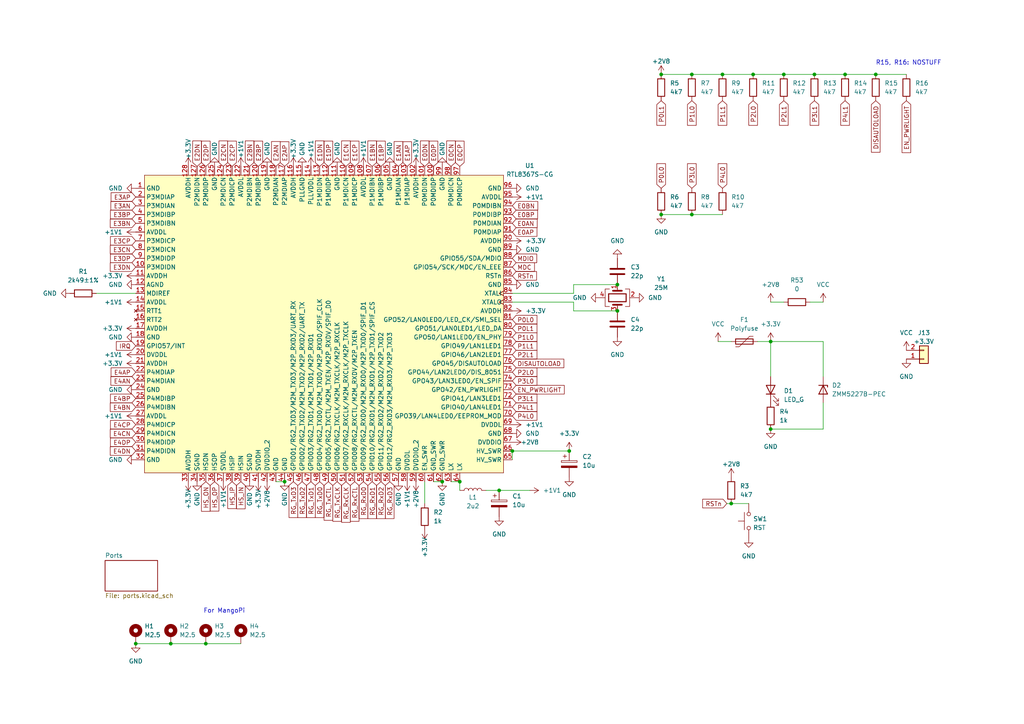
<source format=kicad_sch>
(kicad_sch (version 20250114) (generator "eeschema") (generator_version "9.0")
  (paper "A4")
  (title_block (title "Alexandria") (rev "2.0") (company "Bence Csókás"))
  (lib_symbols
    (symbol "Connector_Generic:Conn_01x02" (pin_names (offset 1.016) (hide yes))
      (property "Reference" "J" (at 0 2.54 0))
      (property "Value" "Conn_01x02" (at 0 -5.08 0))
      (symbol "Conn_01x02_1_1"
        (rectangle (start -1.27 1.27) (end 1.27 -3.81) (stroke (width 0.254)) (fill (type background)))
        (rectangle (start -1.27 0.127) (end 0 -0.127) (stroke (width 0.1524)))
        (rectangle (start -1.27 -2.413) (end 0 -2.667) (stroke (width 0.1524)))
        (pin passive line (at -5.08 0 0) (length 3.81) (name "Pin_1") (number "1"))
        (pin passive line (at -5.08 -2.54 0) (length 3.81) (name "Pin_2") (number "2"))
      )
    )
    (symbol "Device:C" (pin_numbers (hide yes)) (pin_names (offset 0.254))
      (property "Reference" "C" (at 0.635 2.54 0))
      (property "Value" "C" (at 0.635 -2.54 0))
      (symbol "C_0_1"
        (polyline (pts (xy -2.032 0.762) (xy 2.032 0.762)) (stroke (width 0.508)))
        (polyline (pts (xy -2.032 -0.762) (xy 2.032 -0.762)) (stroke (width 0.508)))
      )
      (symbol "C_1_1"
        (pin passive line (at 0 3.81 270) (length 2.794) (name "~") (number "1"))
        (pin passive line (at 0 -3.81 90) (length 2.794) (name "~") (number "2"))
      )
    )
    (symbol "Device:C_Polarized" (pin_numbers (hide yes)) (pin_names (offset 0.254))
      (property "Reference" "C" (at 0.635 2.54 0))
      (property "Value" "C_Polarized" (at 0.635 -2.54 0))
      (symbol "C_Polarized_0_1"
        (rectangle (start -2.286 0.508) (end 2.286 1.016))
        (polyline (pts (xy -1.778 2.286) (xy -0.762 2.286)))
        (polyline (pts (xy -1.27 2.794) (xy -1.27 1.778)))
        (rectangle (start 2.286 -0.508) (end -2.286 -1.016) (fill (type outline)))
      )
      (symbol "C_Polarized_1_1"
        (pin passive line (at 0 3.81 270) (length 2.794) (name "~") (number "1"))
        (pin passive line (at 0 -3.81 90) (length 2.794) (name "~") (number "2"))
      )
    )
    (symbol "Device:Crystal_GND24" (pin_names (offset 1.016) (hide yes))
      (property "Reference" "Y" (at 3.175 5.08 0))
      (property "Value" "Crystal_GND24" (at 3.175 3.175 0))
      (symbol "Crystal_GND24_0_1"
        (polyline (pts (xy -2.54 2.286) (xy -2.54 3.556) (xy 2.54 3.556) (xy 2.54 2.286)))
        (polyline (pts (xy -2.54 0) (xy -2.032 0)))
        (polyline (pts (xy -2.54 -2.286) (xy -2.54 -3.556) (xy 2.54 -3.556) (xy 2.54 -2.286)))
        (polyline (pts (xy -2.032 -1.27) (xy -2.032 1.27)) (stroke (width 0.508)))
        (rectangle (start -1.143 2.54) (end 1.143 -2.54) (stroke (width 0.3048)))
        (polyline (pts (xy 0 3.556) (xy 0 3.81)))
        (polyline (pts (xy 0 -3.81) (xy 0 -3.556)))
        (polyline (pts (xy 2.032 0) (xy 2.54 0)))
        (polyline (pts (xy 2.032 -1.27) (xy 2.032 1.27)) (stroke (width 0.508)))
      )
      (symbol "Crystal_GND24_1_1"
        (pin passive line (at -3.81 0 0) (length 1.27) (name "1") (number "1"))
        (pin passive line (at 0 5.08 270) (length 1.27) (name "2") (number "2"))
        (pin passive line (at 0 -5.08 90) (length 1.27) (name "4") (number "4"))
        (pin passive line (at 3.81 0 180) (length 1.27) (name "3") (number "3"))
      )
    )
    (symbol "Device:D_Zener" (pin_numbers (hide yes)) (pin_names (offset 1.016) (hide yes))
      (property "Reference" "D" (at 0 2.54 0))
      (property "Value" "D_Zener" (at 0 -2.54 0))
      (symbol "D_Zener_0_1"
        (polyline (pts (xy -1.27 -1.27) (xy -1.27 1.27) (xy -0.762 1.27)) (stroke (width 0.254)))
        (polyline (pts (xy 1.27 0) (xy -1.27 0)))
        (polyline (pts (xy 1.27 -1.27) (xy 1.27 1.27) (xy -1.27 0) (xy 1.27 -1.27)) (stroke (width 0.254)))
      )
      (symbol "D_Zener_1_1"
        (pin passive line (at -3.81 0 0) (length 2.54) (name "K") (number "1"))
        (pin passive line (at 3.81 0 180) (length 2.54) (name "A") (number "2"))
      )
    )
    (symbol "Device:L" (pin_numbers (hide yes)) (pin_names (offset 1.016) (hide yes))
      (property "Reference" "L" (at -1.27 0 90))
      (property "Value" "L" (at 1.905 0 90))
      (symbol "L_0_1"
        (arc (start 0 2.54) (mid 0.6323 1.905) (end 0 1.27))
        (arc (start 0 1.27) (mid 0.6323 0.635) (end 0 0))
        (arc (start 0 0) (mid 0.6323 -0.635) (end 0 -1.27))
        (arc (start 0 -1.27) (mid 0.6323 -1.905) (end 0 -2.54))
      )
      (symbol "L_1_1"
        (pin passive line (at 0 3.81 270) (length 1.27) (name "1") (number "1"))
        (pin passive line (at 0 -3.81 90) (length 1.27) (name "2") (number "2"))
      )
    )
    (symbol "Device:LED" (pin_numbers (hide yes)) (pin_names (offset 1.016) (hide yes))
      (property "Reference" "D" (at 0 2.54 0))
      (property "Value" "LED" (at 0 -2.54 0))
      (symbol "LED_0_1"
        (polyline (pts (xy -3.048 -0.762) (xy -4.572 -2.286) (xy -3.81 -2.286) (xy -4.572 -2.286) (xy -4.572 -1.524)))
        (polyline (pts (xy -1.778 -0.762) (xy -3.302 -2.286) (xy -2.54 -2.286) (xy -3.302 -2.286) (xy -3.302 -1.524)))
        (polyline (pts (xy -1.27 0) (xy 1.27 0)))
        (polyline (pts (xy -1.27 -1.27) (xy -1.27 1.27)) (stroke (width 0.254)))
        (polyline (pts (xy 1.27 -1.27) (xy 1.27 1.27) (xy -1.27 0) (xy 1.27 -1.27)) (stroke (width 0.254)))
      )
      (symbol "LED_1_1"
        (pin passive line (at -3.81 0 0) (length 2.54) (name "K") (number "1"))
        (pin passive line (at 3.81 0 180) (length 2.54) (name "A") (number "2"))
      )
    )
    (symbol "Device:Polyfuse" (pin_numbers (hide yes)) (pin_names (offset 0))
      (property "Reference" "F" (at -2.54 0 90))
      (property "Value" "Polyfuse" (at 2.54 0 90))
      (symbol "Polyfuse_0_1"
        (polyline (pts (xy -1.524 2.54) (xy -1.524 1.524) (xy 1.524 -1.524) (xy 1.524 -2.54)))
        (rectangle (start -0.762 2.54) (end 0.762 -2.54) (stroke (width 0.254)))
        (polyline (pts (xy 0 2.54) (xy 0 -2.54)))
      )
      (symbol "Polyfuse_1_1"
        (pin passive line (at 0 3.81 270) (length 1.27) (name "~") (number "1"))
        (pin passive line (at 0 -3.81 90) (length 1.27) (name "~") (number "2"))
      )
    )
    (symbol "Device:R" (pin_numbers (hide yes)) (pin_names (offset 0))
      (property "Reference" "R" (at 2.032 0 90))
      (property "Value" "R" (at 0 0 90))
      (symbol "R_0_1"
        (rectangle (start -1.016 -2.54) (end 1.016 2.54) (stroke (width 0.254)))
      )
      (symbol "R_1_1"
        (pin passive line (at 0 3.81 270) (length 1.27) (name "~") (number "1"))
        (pin passive line (at 0 -3.81 90) (length 1.27) (name "~") (number "2"))
      )
    )
    (symbol "GND_1" (power) (pin_numbers (hide yes)) (pin_names (offset 0) (hide yes))
      (property "Value" "GND" (at 0 -3.81 0))
      (symbol "GND_1_0_1"
        (polyline (pts (xy 0 0) (xy 0 -1.27) (xy 1.27 -1.27) (xy 0 -2.54) (xy -1.27 -1.27) (xy 0 -1.27)))
      )
      (symbol "GND_1_1_1"
        (pin power_in line (at 0 0 270) (length 0) (name "~") (number "1"))
      )
    )
    (symbol "Mechanical:MountingHole_Pad" (pin_numbers (hide yes)) (pin_names (offset 1.016) (hide yes)) (in_bom no)
      (property "Reference" "H" (at 0 6.35 0))
      (property "Value" "MountingHole_Pad" (at 0 4.445 0))
      (symbol "MountingHole_Pad_0_1"
        (circle (center 0 1.27) (radius 1.27) (stroke (width 1.27)))
      )
      (symbol "MountingHole_Pad_1_1"
        (pin input line (at 0 -2.54 90) (length 2.54) (name "1") (number "1"))
      )
    )
    (symbol "Switch:SW_Push" (pin_numbers (hide yes)) (pin_names (offset 1.016) (hide yes))
      (property "Reference" "SW" (at 1.27 2.54 0))
      (property "Value" "SW_Push" (at 0 -1.524 0))
      (symbol "SW_Push_0_1"
        (circle (center -2.032 0) (radius 0.508))
        (polyline (pts (xy 0 1.27) (xy 0 3.048)))
        (circle (center 2.032 0) (radius 0.508))
        (polyline (pts (xy 2.54 1.27) (xy -2.54 1.27)))
        (pin passive line (at -5.08 0 0) (length 2.54) (name "1") (number "1"))
        (pin passive line (at 5.08 0 180) (length 2.54) (name "2") (number "2"))
      )
    )
    (symbol "power:+1V1" (power) (pin_names (offset 0))
      (property "Value" "+1V1" (at 0 3.556 0))
      (symbol "+1V1_0_1"
        (polyline (pts (xy -0.762 1.27) (xy 0 2.54)))
        (polyline (pts (xy 0 2.54) (xy 0.762 1.27)))
        (polyline (pts (xy 0 0) (xy 0 2.54)))
      )
      (symbol "+1V1_1_1"
        (pin power_in line (at 0 0 90) (length 0) (hide yes) (name "+1V1") (number "1"))
      )
    )
    (symbol "power:+2V8" (power) (pin_names (offset 0))
      (property "Value" "+2V8" (at 0 3.556 0))
      (symbol "+2V8_0_1"
        (polyline (pts (xy -0.762 1.27) (xy 0 2.54)))
        (polyline (pts (xy 0 2.54) (xy 0.762 1.27)))
        (polyline (pts (xy 0 0) (xy 0 2.54)))
      )
      (symbol "+2V8_1_1"
        (pin power_in line (at 0 0 90) (length 0) (hide yes) (name "+2V8") (number "1"))
      )
    )
    (symbol "power:+3.3V" (power) (pin_names (offset 0))
      (property "Value" "+3.3V" (at 0 3.556 0))
      (symbol "+3.3V_0_1"
        (polyline (pts (xy -0.762 1.27) (xy 0 2.54)))
        (polyline (pts (xy 0 2.54) (xy 0.762 1.27)))
        (polyline (pts (xy 0 0) (xy 0 2.54)))
      )
      (symbol "+3.3V_1_1"
        (pin power_in line (at 0 0 90) (length 0) (hide yes) (name "+3.3V") (number "1"))
      )
    )
    (symbol "power:GND" (power) (pin_names (offset 0))
      (property "Value" "GND" (at 0 -3.81 0))
      (symbol "GND_0_1"
        (polyline (pts (xy 0 0) (xy 0 -1.27) (xy 1.27 -1.27) (xy 0 -2.54) (xy -1.27 -1.27) (xy 0 -1.27)))
      )
      (symbol "GND_1_1"
        (pin power_in line (at 0 0 270) (length 0) (hide yes) (name "GND") (number "1"))
      )
    )
    (symbol "power:VCC" (power) (pin_names (offset 0))
      (property "Value" "VCC" (at 0 3.81 0))
      (symbol "VCC_0_1"
        (polyline (pts (xy -0.762 1.27) (xy 0 2.54)))
        (polyline (pts (xy 0 2.54) (xy 0.762 1.27)))
        (polyline (pts (xy 0 0) (xy 0 2.54)))
      )
      (symbol "VCC_1_1"
        (pin power_in line (at 0 0 90) (length 0) (hide yes) (name "VCC") (number "1"))
      )
    )
    (symbol "rtl8367:RTL8367S-CG"
      (property "Reference" "U" (at 6.35 -1.27 0))
      (property "Value" "RTL8367S-CG" (at 6.35 1.27 0))
      (symbol "RTL8367S-CG_0_0"
        (pin power_in line (at 0 -6.35 0) (length 2.54) (name "GND") (number "1"))
        (pin bidirectional line (at 0 -8.89 0) (length 2.54) (name "P3MDIAP") (number "2"))
        (pin bidirectional line (at 0 -11.43 0) (length 2.54) (name "P3MDIAN") (number "3"))
        (pin bidirectional line (at 0 -13.97 0) (length 2.54) (name "P3MDIBP") (number "4"))
        (pin bidirectional line (at 0 -16.51 0) (length 2.54) (name "P3MDIBN") (number "5"))
        (pin power_in line (at 0 -19.05 0) (length 2.54) (name "AVDDL") (number "6"))
        (pin bidirectional line (at 0 -21.59 0) (length 2.54) (name "P3MDICP") (number "7"))
        (pin bidirectional line (at 0 -24.13 0) (length 2.54) (name "P3MDICN") (number "8"))
        (pin bidirectional line (at 0 -26.67 0) (length 2.54) (name "P3MDIDP") (number "9"))
        (pin bidirectional line (at 0 -29.21 0) (length 2.54) (name "P3MDIDN") (number "10"))
        (pin power_in line (at 0 -31.75 0) (length 2.54) (name "AVDDH") (number "11"))
        (pin power_in line (at 0 -34.29 0) (length 2.54) (name "AGND") (number "12"))
        (pin output line (at 0 -36.83 0) (length 2.54) (name "MDIREF") (number "13"))
        (pin power_in line (at 0 -39.37 0) (length 2.54) (name "AVDDL") (number "14"))
        (pin no_connect line (at 0 -41.91 0) (length 2.54) (name "RTT1") (number "15"))
        (pin no_connect line (at 0 -44.45 0) (length 2.54) (name "RTT2") (number "16"))
        (pin power_in line (at 0 -46.99 0) (length 2.54) (name "AVDDH") (number "17"))
        (pin power_in line (at 0 -49.53 0) (length 2.54) (name "GND") (number "18"))
        (pin bidirectional line (at 0 -52.07 0) (length 2.54) (name "GPIO57/INT") (number "19"))
        (pin power_in line (at 0 -54.61 0) (length 2.54) (name "DVDDL") (number "20"))
        (pin power_in line (at 0 -57.15 0) (length 2.54) (name "AVDDH") (number "21"))
        (pin bidirectional line (at 0 -59.69 0) (length 2.54) (name "P4MDIAP") (number "22"))
        (pin bidirectional line (at 0 -62.23 0) (length 2.54) (name "P4MDIAN") (number "23"))
        (pin power_in line (at 0 -64.77 0) (length 2.54) (name "GND") (number "24"))
        (pin bidirectional line (at 0 -67.31 0) (length 2.54) (name "P4MDIBP") (number "25"))
        (pin bidirectional line (at 0 -69.85 0) (length 2.54) (name "P4MDIBN") (number "26"))
        (pin power_in line (at 0 -72.39 0) (length 2.54) (name "AVDDL") (number "27"))
        (pin bidirectional line (at 0 -74.93 0) (length 2.54) (name "P4MDICP") (number "28"))
        (pin bidirectional line (at 0 -77.47 0) (length 2.54) (name "P4MDICN") (number "29"))
        (pin bidirectional line (at 0 -80.01 0) (length 2.54) (name "P4MDIDP") (number "30"))
        (pin bidirectional line (at 0 -82.55 0) (length 2.54) (name "P4MDIDN") (number "31"))
        (pin power_in line (at 0 -85.09 0) (length 2.54) (name "GND") (number "32"))
        (pin power_in line (at 15.24 0 270) (length 2.54) (name "AVDDH") (number "128"))
        (pin power_in line (at 15.24 -91.44 90) (length 2.54) (name "AVDDH") (number "33"))
        (pin bidirectional line (at 17.78 0 270) (length 2.54) (name "P2MDIDN") (number "127"))
        (pin power_in line (at 17.78 -91.44 90) (length 2.54) (name "SGND") (number "34"))
        (pin bidirectional line (at 20.32 0 270) (length 2.54) (name "P2MDIDP") (number "126"))
        (pin output line (at 20.32 -91.44 90) (length 2.54) (name "HSON") (number "35"))
        (pin power_in line (at 22.86 0 270) (length 2.54) (name "GND") (number "125"))
        (pin output line (at 22.86 -91.44 90) (length 2.54) (name "HSOP") (number "36"))
        (pin bidirectional line (at 25.4 0 270) (length 2.54) (name "P2MDICN") (number "124"))
        (pin power_in line (at 25.4 -91.44 90) (length 2.54) (name "SVDDL") (number "37"))
        (pin bidirectional line (at 27.94 0 270) (length 2.54) (name "P2MDICP") (number "123"))
        (pin input line (at 27.94 -91.44 90) (length 2.54) (name "HSIP") (number "38"))
        (pin power_in line (at 30.48 0 270) (length 2.54) (name "AVDDL") (number "122"))
        (pin input line (at 30.48 -91.44 90) (length 2.54) (name "HSIN") (number "39"))
        (pin bidirectional line (at 33.02 0 270) (length 2.54) (name "P2MDIBN") (number "121"))
        (pin power_in line (at 33.02 -91.44 90) (length 2.54) (name "SGND") (number "40"))
        (pin bidirectional line (at 35.56 0 270) (length 2.54) (name "P2MDIBP") (number "120"))
        (pin power_in line (at 35.56 -91.44 90) (length 2.54) (name "SVDDH") (number "41"))
        (pin power_in line (at 38.1 0 270) (length 2.54) (name "GND") (number "119"))
        (pin power_in line (at 38.1 -91.44 90) (length 2.54) (name "DVDDIO_2") (number "42"))
        (pin bidirectional line (at 40.64 0 270) (length 2.54) (name "P2MDIAN") (number "118"))
        (pin power_in line (at 40.64 -91.44 90) (length 2.54) (name "GND") (number "43"))
        (pin bidirectional line (at 43.18 0 270) (length 2.54) (name "P2MDIAP") (number "117"))
        (pin power_in line (at 43.18 -91.44 90) (length 2.54) (name "GND") (number "44"))
        (pin power_in line (at 45.72 0 270) (length 2.54) (name "AVDDH") (number "116"))
        (pin bidirectional line (at 45.72 -91.44 90) (length 2.54) (name "GPIO01/RG2_TXD3/M2M_TXD3/M2P_RXD3/UART_RX") (number "45"))
        (pin power_in line (at 48.26 0 270) (length 2.54) (name "PLLGND") (number "115"))
        (pin bidirectional line (at 48.26 -91.44 90) (length 2.54) (name "GPIO02/RG2_TXD2/M2M_TXD2/M2P_RXD2/UART_TX") (number "46"))
        (pin power_in line (at 50.8 0 270) (length 2.54) (name "PLLVDDL") (number "114"))
        (pin bidirectional line (at 50.8 -91.44 90) (length 2.54) (name "GPIO03/RG2_TXD1/M2M_TXD1/M2P_RXD1") (number "47"))
        (pin bidirectional line (at 53.34 0 270) (length 2.54) (name "P1MDIDN") (number "113"))
        (pin bidirectional line (at 53.34 -91.44 90) (length 2.54) (name "GPIO04/RG2_TXD0/M2M_TXD0/M2P_RXD0/SPIF_CLK") (number "48"))
        (pin bidirectional line (at 55.88 0 270) (length 2.54) (name "P1MDIDP") (number "112"))
        (pin bidirectional line (at 55.88 -91.44 90) (length 2.54) (name "GPIO05/RG2_TXCTL/M2M_TXEN/M2P_RXDV/SPIF_D0") (number "49"))
        (pin power_in line (at 58.42 0 270) (length 2.54) (name "GND") (number "111"))
        (pin bidirectional line (at 58.42 -91.44 90) (length 2.54) (name "GPIO06/RG2_TXCLK/M2M_TXCLK/M2P_RXCLK") (number "50"))
        (pin bidirectional line (at 60.96 0 270) (length 2.54) (name "P1MDICN") (number "110"))
        (pin bidirectional line (at 60.96 -91.44 90) (length 2.54) (name "GPIO07/RG2_RXCLK/M2M_RXCLK/M2P_TXCLK") (number "51"))
        (pin bidirectional line (at 63.5 0 270) (length 2.54) (name "P1MDICP") (number "109"))
        (pin bidirectional line (at 63.5 -91.44 90) (length 2.54) (name "GPIO08/RG2_RXCTL/M2M_RXDV/M2P_TXEN") (number "52"))
        (pin power_in line (at 66.04 0 270) (length 2.54) (name "AVDDL") (number "108"))
        (pin bidirectional line (at 66.04 -91.44 90) (length 2.54) (name "GPIO09/RG2_RXD0/M2M_RXD0/M2P_TXD0/SPIF_D1") (number "53"))
        (pin bidirectional line (at 68.58 0 270) (length 2.54) (name "P1MDIBN") (number "107"))
        (pin bidirectional line (at 68.58 -91.44 90) (length 2.54) (name "GPIO10/RG2_RXD1/M2M_RXD1/M2P_TXD1/SPIF_CS") (number "54"))
        (pin bidirectional line (at 71.12 0 270) (length 2.54) (name "P1MDIBP") (number "106"))
        (pin bidirectional line (at 71.12 -91.44 90) (length 2.54) (name "GPIO11/RG2_RXD2/M2M_RXD2/M2P_TXD2") (number "55"))
        (pin power_in line (at 73.66 0 270) (length 2.54) (name "GND") (number "105"))
        (pin bidirectional line (at 73.66 -91.44 90) (length 2.54) (name "GPIO12/RG2_RXD3/M2M_RXD3/M2P_TXD3") (number "56"))
        (pin bidirectional line (at 76.2 0 270) (length 2.54) (name "P1MDIAN") (number "104"))
        (pin power_in line (at 76.2 -91.44 90) (length 2.54) (name "GND") (number "57"))
        (pin bidirectional line (at 78.74 0 270) (length 2.54) (name "P1MDIAP") (number "103"))
        (pin power_in line (at 78.74 -91.44 90) (length 2.54) (name "DVDDL") (number "58"))
        (pin power_in line (at 81.28 0 270) (length 2.54) (name "AVDDH") (number "102"))
        (pin power_in line (at 81.28 -91.44 90) (length 2.54) (name "DVDDIO_2") (number "59"))
        (pin bidirectional line (at 83.82 0 270) (length 2.54) (name "P0MDIDN") (number "101"))
        (pin input line (at 83.82 -91.44 90) (length 2.54) (name "EN_SWR") (number "60"))
        (pin bidirectional line (at 86.36 0 270) (length 2.54) (name "P0MDIDP") (number "100"))
        (pin power_in line (at 86.36 -91.44 90) (length 2.54) (name "GND_SWR") (number "61"))
        (pin power_in line (at 88.9 0 270) (length 2.54) (name "GND") (number "99"))
        (pin power_in line (at 88.9 -91.44 90) (length 2.54) (name "GND_SWR") (number "62"))
        (pin bidirectional line (at 91.44 0 270) (length 2.54) (name "P0MDICN") (number "98"))
        (pin power_out line (at 91.44 -91.44 90) (length 2.54) (name "LX") (number "63"))
        (pin bidirectional line (at 93.98 0 270) (length 2.54) (name "P0MDICP") (number "97"))
        (pin power_out line (at 93.98 -91.44 90) (length 2.54) (name "LX") (number "64"))
        (pin power_in line (at 109.22 -6.35 180) (length 2.54) (name "GND") (number "96"))
        (pin power_in line (at 109.22 -8.89 180) (length 2.54) (name "AVDDL") (number "95"))
        (pin bidirectional line (at 109.22 -11.43 180) (length 2.54) (name "P0MDIBN") (number "94"))
        (pin bidirectional line (at 109.22 -13.97 180) (length 2.54) (name "P0MDIBP") (number "93"))
        (pin bidirectional line (at 109.22 -16.51 180) (length 2.54) (name "P0MDIAN") (number "92"))
        (pin bidirectional line (at 109.22 -19.05 180) (length 2.54) (name "P0MDIAP") (number "91"))
        (pin power_in line (at 109.22 -21.59 180) (length 2.54) (name "AVDDH") (number "90"))
        (pin power_in line (at 109.22 -24.13 180) (length 2.54) (name "GND") (number "89"))
        (pin bidirectional line (at 109.22 -26.67 180) (length 2.54) (name "GPIO55/SDA/MDIO") (number "88"))
        (pin bidirectional line (at 109.22 -29.21 180) (length 2.54) (name "GPIO54/SCK/MDC/EN_EEE") (number "87"))
        (pin input line (at 109.22 -31.75 180) (length 2.54) (name "RSTn") (number "86"))
        (pin bidirectional line (at 109.22 -34.29 180) (length 2.54) (name "GND") (number "85"))
        (pin input clock (at 109.22 -36.83 180) (length 2.54) (name "XTALI") (number "84"))
        (pin output clock (at 109.22 -39.37 180) (length 2.54) (name "XTALO") (number "83"))
        (pin power_in line (at 109.22 -41.91 180) (length 2.54) (name "AVDDH") (number "82"))
        (pin bidirectional line (at 109.22 -44.45 180) (length 2.54) (name "GPO52/LAN0LED0/LED_CK/SMI_SEL") (number "81"))
        (pin bidirectional line (at 109.22 -46.99 180) (length 2.54) (name "GPO51/LAN0LED1/LED_DA") (number "80"))
        (pin bidirectional line (at 109.22 -49.53 180) (length 2.54) (name "GPO50/LAN1LED0/EN_PHY") (number "79"))
        (pin bidirectional line (at 109.22 -52.07 180) (length 2.54) (name "GPIO49/LAN1LED1") (number "78"))
        (pin bidirectional line (at 109.22 -54.61 180) (length 2.54) (name "GPIO46/LAN2LED1") (number "77"))
        (pin bidirectional line (at 109.22 -57.15 180) (length 2.54) (name "GPO45/DISAUTOLOAD") (number "76"))
        (pin bidirectional line (at 109.22 -59.69 180) (length 2.54) (name "GPO44/LAN2LED0/DIS_8051") (number "75"))
        (pin bidirectional line (at 109.22 -62.23 180) (length 2.54) (name "GPO43/LAN3LED0/EN_SPIF") (number "74"))
        (pin bidirectional line (at 109.22 -64.77 180) (length 2.54) (name "GPO42/EN_PWRLIGHT") (number "73"))
        (pin bidirectional line (at 109.22 -67.31 180) (length 2.54) (name "GPIO41/LAN3LED1") (number "72"))
        (pin bidirectional line (at 109.22 -69.85 180) (length 2.54) (name "GPIO40/LAN4LED1") (number "71"))
        (pin bidirectional line (at 109.22 -72.39 180) (length 2.54) (name "GPO39/LAN4LED0/EEPROM_MOD") (number "70"))
        (pin power_in line (at 109.22 -74.93 180) (length 2.54) (name "DVDDL") (number "69"))
        (pin power_in line (at 109.22 -77.47 180) (length 2.54) (name "GND") (number "68"))
        (pin power_in line (at 109.22 -80.01 180) (length 2.54) (name "DVDDIO") (number "67"))
        (pin power_in line (at 109.22 -82.55 180) (length 2.54) (name "HV_SWR") (number "66"))
        (pin power_in line (at 109.22 -85.09 180) (length 2.54) (name "HV_SWR") (number "65"))
      )
      (symbol "RTL8367S-CG_0_1"
        (rectangle (start 2.54 -2.54) (end 106.68 -88.9) (fill (type background)))
      )
    )
  )
  (text "For MangoPi" (at 71.12 176.53 0) (effects (font (size 1.27 1.27)) (justify right top)))
  (text "R15, R16: NOSTUFF" (at 254 19.05 0) (effects (font (size 1.27 1.27)) (justify left bottom)))
  (junction (at 179.07 82.55))
  (junction (at 144.78 142.24))
  (junction (at 200.66 62.23))
  (junction (at 49.53 186.69))
  (junction (at 148.59 130.81))
  (junction (at 59.69 186.69))
  (junction (at 191.77 62.23))
  (junction (at 133.35 139.7))
  (junction (at 209.55 21.59))
  (junction (at 39.37 186.69))
  (junction (at 165.1 130.81))
  (junction (at 236.22 21.59))
  (junction (at 128.27 139.7))
  (junction (at 179.07 90.17))
  (junction (at 223.52 124.46))
  (junction (at 82.55 139.7))
  (junction (at 223.52 99.06))
  (junction (at 191.77 21.59))
  (junction (at 212.09 146.05))
  (junction (at 218.44 21.59))
  (junction (at 200.66 21.59))
  (junction (at 254 21.59))
  (junction (at 245.11 21.59))
  (junction (at 227.33 21.59))
  (wire (pts (xy 223.52 99.06) (xy 238.76 99.06)))
  (wire (pts (xy 254 21.59) (xy 262.89 21.59)))
  (wire (pts (xy 166.37 90.17) (xy 179.07 90.17)))
  (wire (pts (xy 166.37 85.09) (xy 166.37 82.55)))
  (wire (pts (xy 219.71 99.06) (xy 223.52 99.06)))
  (wire (pts (xy 148.59 130.81) (xy 165.1 130.81)))
  (wire (pts (xy 166.37 82.55) (xy 179.07 82.55)))
  (wire (pts (xy 200.66 62.23) (xy 191.77 62.23)))
  (wire (pts (xy 238.76 99.06) (xy 238.76 109.22)))
  (wire (pts (xy 191.77 21.59) (xy 200.66 21.59)))
  (wire (pts (xy 166.37 87.63) (xy 166.37 90.17)))
  (wire (pts (xy 140.97 142.24) (xy 144.78 142.24)))
  (wire (pts (xy 208.28 99.06) (xy 212.09 99.06)))
  (wire (pts (xy 125.73 139.7) (xy 128.27 139.7)))
  (wire (pts (xy 209.55 21.59) (xy 218.44 21.59)))
  (wire (pts (xy 123.19 146.05) (xy 123.19 139.7)))
  (wire (pts (xy 200.66 21.59) (xy 209.55 21.59)))
  (wire (pts (xy 144.78 142.24) (xy 153.67 142.24)))
  (wire (pts (xy 59.69 186.69) (xy 69.85 186.69)))
  (wire (pts (xy 27.94 85.09) (xy 39.37 85.09)))
  (wire (pts (xy 234.95 87.63) (xy 238.76 87.63)))
  (wire (pts (xy 236.22 21.59) (xy 245.11 21.59)))
  (wire (pts (xy 210.82 146.05) (xy 212.09 146.05)))
  (wire (pts (xy 148.59 87.63) (xy 166.37 87.63)))
  (wire (pts (xy 223.52 99.06) (xy 223.52 109.22)))
  (wire (pts (xy 148.59 130.81) (xy 148.59 133.35)))
  (wire (pts (xy 212.09 146.05) (xy 217.17 146.05)))
  (wire (pts (xy 49.53 186.69) (xy 59.69 186.69)))
  (wire (pts (xy 133.35 139.7) (xy 133.35 142.24)))
  (wire (pts (xy 238.76 116.84) (xy 238.76 124.46)))
  (wire (pts (xy 148.59 85.09) (xy 166.37 85.09)))
  (wire (pts (xy 209.55 62.23) (xy 200.66 62.23)))
  (wire (pts (xy 80.01 139.7) (xy 82.55 139.7)))
  (wire (pts (xy 245.11 21.59) (xy 254 21.59)))
  (wire (pts (xy 227.33 87.63) (xy 223.52 87.63)))
  (wire (pts (xy 238.76 124.46) (xy 223.52 124.46)))
  (wire (pts (xy 227.33 21.59) (xy 236.22 21.59)))
  (wire (pts (xy 218.44 21.59) (xy 227.33 21.59)))
  (wire (pts (xy 39.37 186.69) (xy 49.53 186.69)))
  (wire (pts (xy 130.81 139.7) (xy 133.35 139.7)))
  (global_label "E2BN" (shape input) (at 72.39 48.26 90) (property "Intersheetrefs" "${INTERSHEET_REFS}" (effects (hide yes))))
  (global_label "P1L1" (shape input) (at 209.55 29.21 270) (property "Intersheetrefs" "${INTERSHEET_REFS}" (effects (hide yes))))
  (global_label "EN_PWRLIGHT" (shape input) (at 148.59 113.03 0) (property "Intersheetrefs" "${INTERSHEET_REFS}" (effects (hide yes))))
  (global_label "E4BN" (shape input) (at 39.37 118.11 180) (property "Intersheetrefs" "${INTERSHEET_REFS}" (effects (hide yes))))
  (global_label "P0L0" (shape input) (at 191.77 54.61 90) (property "Intersheetrefs" "${INTERSHEET_REFS}" (effects (hide yes))))
  (global_label "E2AN" (shape input) (at 80.01 48.26 90) (property "Intersheetrefs" "${INTERSHEET_REFS}" (effects (hide yes))))
  (global_label "E1AN" (shape input) (at 115.57 48.26 90) (property "Intersheetrefs" "${INTERSHEET_REFS}" (effects (hide yes))))
  (global_label "E3BP" (shape input) (at 39.37 62.23 180) (property "Intersheetrefs" "${INTERSHEET_REFS}" (effects (hide yes))))
  (global_label "E4DN" (shape input) (at 39.37 130.81 180) (property "Intersheetrefs" "${INTERSHEET_REFS}" (effects (hide yes))))
  (global_label "P4L0" (shape input) (at 148.59 120.65 0) (property "Intersheetrefs" "${INTERSHEET_REFS}" (effects (hide yes))))
  (global_label "MDC" (shape input) (at 148.59 77.47 0) (property "Intersheetrefs" "${INTERSHEET_REFS}" (effects (hide yes))))
  (global_label "E1AP" (shape input) (at 118.11 48.26 90) (property "Intersheetrefs" "${INTERSHEET_REFS}" (effects (hide yes))))
  (global_label "P2L1" (shape input) (at 148.59 102.87 0) (property "Intersheetrefs" "${INTERSHEET_REFS}" (effects (hide yes))))
  (global_label "E1CP" (shape input) (at 102.87 48.26 90) (property "Intersheetrefs" "${INTERSHEET_REFS}" (effects (hide yes))))
  (global_label "E2DP" (shape input) (at 59.69 48.26 90) (property "Intersheetrefs" "${INTERSHEET_REFS}" (effects (hide yes))))
  (global_label "P2L0" (shape input) (at 148.59 107.95 0) (property "Intersheetrefs" "${INTERSHEET_REFS}" (effects (hide yes))))
  (global_label "E2DN" (shape input) (at 57.15 48.26 90) (property "Intersheetrefs" "${INTERSHEET_REFS}" (effects (hide yes))))
  (global_label "E1DP" (shape input) (at 95.25 48.26 90) (property "Intersheetrefs" "${INTERSHEET_REFS}" (effects (hide yes))))
  (global_label "DISAUTOLOAD" (shape input) (at 254 29.21 270) (property "Intersheetrefs" "${INTERSHEET_REFS}" (effects (hide yes))))
  (global_label "HS_IN" (shape input) (at 69.85 139.7 270) (property "Intersheetrefs" "${INTERSHEET_REFS}" (effects (hide yes))))
  (global_label "E3AP" (shape input) (at 39.37 57.15 180) (property "Intersheetrefs" "${INTERSHEET_REFS}" (effects (hide yes))))
  (global_label "RG_TxCLK" (shape input) (at 97.79 139.7 270) (property "Intersheetrefs" "${INTERSHEET_REFS}" (effects (hide yes))))
  (global_label "HS_IP" (shape input) (at 67.31 139.7 270) (property "Intersheetrefs" "${INTERSHEET_REFS}" (effects (hide yes))))
  (global_label "P1L0" (shape input) (at 148.59 97.79 0) (property "Intersheetrefs" "${INTERSHEET_REFS}" (effects (hide yes))))
  (global_label "P0L0" (shape input) (at 148.59 92.71 0) (property "Intersheetrefs" "${INTERSHEET_REFS}" (effects (hide yes))))
  (global_label "P3L1" (shape input) (at 236.22 29.21 270) (property "Intersheetrefs" "${INTERSHEET_REFS}" (effects (hide yes))))
  (global_label "RG_TxD0" (shape input) (at 92.71 139.7 270) (property "Intersheetrefs" "${INTERSHEET_REFS}" (effects (hide yes))))
  (global_label "E1DN" (shape input) (at 92.71 48.26 90) (property "Intersheetrefs" "${INTERSHEET_REFS}" (effects (hide yes))))
  (global_label "HS_OP" (shape input) (at 62.23 139.7 270) (property "Intersheetrefs" "${INTERSHEET_REFS}" (effects (hide yes))))
  (global_label "E4CN" (shape input) (at 39.37 125.73 180) (property "Intersheetrefs" "${INTERSHEET_REFS}" (effects (hide yes))))
  (global_label "E0CP" (shape input) (at 133.35 48.26 90) (property "Intersheetrefs" "${INTERSHEET_REFS}" (effects (hide yes))))
  (global_label "MDIO" (shape input) (at 148.59 74.93 0) (property "Intersheetrefs" "${INTERSHEET_REFS}" (effects (hide yes))))
  (global_label "E2AP" (shape input) (at 82.55 48.26 90) (property "Intersheetrefs" "${INTERSHEET_REFS}" (effects (hide yes))))
  (global_label "P1L0" (shape input) (at 200.66 29.21 270) (property "Intersheetrefs" "${INTERSHEET_REFS}" (effects (hide yes))))
  (global_label "E0DN" (shape input) (at 123.19 48.26 90) (property "Intersheetrefs" "${INTERSHEET_REFS}" (effects (hide yes))))
  (global_label "RG_RxD2" (shape input) (at 110.49 139.7 270) (property "Intersheetrefs" "${INTERSHEET_REFS}" (effects (hide yes))))
  (global_label "P3L0" (shape input) (at 200.66 54.61 90) (property "Intersheetrefs" "${INTERSHEET_REFS}" (effects (hide yes))))
  (global_label "E1BP" (shape input) (at 110.49 48.26 90) (property "Intersheetrefs" "${INTERSHEET_REFS}" (effects (hide yes))))
  (global_label "RG_RxD0" (shape input) (at 105.41 139.7 270) (property "Intersheetrefs" "${INTERSHEET_REFS}" (effects (hide yes))))
  (global_label "E2BP" (shape input) (at 74.93 48.26 90) (property "Intersheetrefs" "${INTERSHEET_REFS}" (effects (hide yes))))
  (global_label "RSTn" (shape input) (at 148.59 80.01 0) (property "Intersheetrefs" "${INTERSHEET_REFS}" (effects (hide yes))))
  (global_label "P0L1" (shape input) (at 148.59 95.25 0) (property "Intersheetrefs" "${INTERSHEET_REFS}" (effects (hide yes))))
  (global_label "RG_TxCTL" (shape input) (at 95.25 139.7 270) (property "Intersheetrefs" "${INTERSHEET_REFS}" (effects (hide yes))))
  (global_label "E3DN" (shape input) (at 39.37 77.47 180) (property "Intersheetrefs" "${INTERSHEET_REFS}" (effects (hide yes))))
  (global_label "E3DP" (shape input) (at 39.37 74.93 180) (property "Intersheetrefs" "${INTERSHEET_REFS}" (effects (hide yes))))
  (global_label "RG_TxD1" (shape input) (at 90.17 139.7 270) (property "Intersheetrefs" "${INTERSHEET_REFS}" (effects (hide yes))))
  (global_label "E0AN" (shape input) (at 148.59 64.77 0) (property "Intersheetrefs" "${INTERSHEET_REFS}" (effects (hide yes))))
  (global_label "RSTn" (shape input) (at 210.82 146.05 180) (property "Intersheetrefs" "${INTERSHEET_REFS}" (effects (hide yes))))
  (global_label "E0BP" (shape input) (at 148.59 62.23 0) (property "Intersheetrefs" "${INTERSHEET_REFS}" (effects (hide yes))))
  (global_label "E2CP" (shape input) (at 67.31 48.26 90) (property "Intersheetrefs" "${INTERSHEET_REFS}" (effects (hide yes))))
  (global_label "P4L0" (shape input) (at 209.55 54.61 90) (property "Intersheetrefs" "${INTERSHEET_REFS}" (effects (hide yes))))
  (global_label "IRQ" (shape input) (at 39.37 100.33 180) (property "Intersheetrefs" "${INTERSHEET_REFS}" (effects (hide yes))))
  (global_label "RG_RxD1" (shape input) (at 107.95 139.7 270) (property "Intersheetrefs" "${INTERSHEET_REFS}" (effects (hide yes))))
  (global_label "E4CP" (shape input) (at 39.37 123.19 180) (property "Intersheetrefs" "${INTERSHEET_REFS}" (effects (hide yes))))
  (global_label "E4BP" (shape input) (at 39.37 115.57 180) (property "Intersheetrefs" "${INTERSHEET_REFS}" (effects (hide yes))))
  (global_label "DISAUTOLOAD" (shape input) (at 148.59 105.41 0) (property "Intersheetrefs" "${INTERSHEET_REFS}" (effects (hide yes))))
  (global_label "RG_RxD3" (shape input) (at 113.03 139.7 270) (property "Intersheetrefs" "${INTERSHEET_REFS}" (effects (hide yes))))
  (global_label "E4AP" (shape input) (at 39.37 107.95 180) (property "Intersheetrefs" "${INTERSHEET_REFS}" (effects (hide yes))))
  (global_label "P3L1" (shape input) (at 148.59 115.57 0) (property "Intersheetrefs" "${INTERSHEET_REFS}" (effects (hide yes))))
  (global_label "RG_TxD2" (shape input) (at 87.63 139.7 270) (property "Intersheetrefs" "${INTERSHEET_REFS}" (effects (hide yes))))
  (global_label "E3CP" (shape input) (at 39.37 69.85 180) (property "Intersheetrefs" "${INTERSHEET_REFS}" (effects (hide yes))))
  (global_label "P2L1" (shape input) (at 227.33 29.21 270) (property "Intersheetrefs" "${INTERSHEET_REFS}" (effects (hide yes))))
  (global_label "E1CN" (shape input) (at 100.33 48.26 90) (property "Intersheetrefs" "${INTERSHEET_REFS}" (effects (hide yes))))
  (global_label "RG_TxD3" (shape input) (at 85.09 139.7 270) (property "Intersheetrefs" "${INTERSHEET_REFS}" (effects (hide yes))))
  (global_label "E4AN" (shape input) (at 39.37 110.49 180) (property "Intersheetrefs" "${INTERSHEET_REFS}" (effects (hide yes))))
  (global_label "E0AP" (shape input) (at 148.59 67.31 0) (property "Intersheetrefs" "${INTERSHEET_REFS}" (effects (hide yes))))
  (global_label "E3CN" (shape input) (at 39.37 72.39 180) (property "Intersheetrefs" "${INTERSHEET_REFS}" (effects (hide yes))))
  (global_label "E4DP" (shape input) (at 39.37 128.27 180) (property "Intersheetrefs" "${INTERSHEET_REFS}" (effects (hide yes))))
  (global_label "RG_RxCTL" (shape input) (at 102.87 139.7 270) (property "Intersheetrefs" "${INTERSHEET_REFS}" (effects (hide yes))))
  (global_label "E3BN" (shape input) (at 39.37 64.77 180) (property "Intersheetrefs" "${INTERSHEET_REFS}" (effects (hide yes))))
  (global_label "HS_ON" (shape input) (at 59.69 139.7 270) (property "Intersheetrefs" "${INTERSHEET_REFS}" (effects (hide yes))))
  (global_label "E0BN" (shape input) (at 148.59 59.69 0) (property "Intersheetrefs" "${INTERSHEET_REFS}" (effects (hide yes))))
  (global_label "E2CN" (shape input) (at 64.77 48.26 90) (property "Intersheetrefs" "${INTERSHEET_REFS}" (effects (hide yes))))
  (global_label "RG_RxCLK" (shape input) (at 100.33 139.7 270) (property "Intersheetrefs" "${INTERSHEET_REFS}" (effects (hide yes))))
  (global_label "EN_PWRLIGHT" (shape input) (at 262.89 29.21 270) (property "Intersheetrefs" "${INTERSHEET_REFS}" (effects (hide yes))))
  (global_label "P1L1" (shape input) (at 148.59 100.33 0) (property "Intersheetrefs" "${INTERSHEET_REFS}" (effects (hide yes))))
  (global_label "P0L1" (shape input) (at 191.77 29.21 270) (property "Intersheetrefs" "${INTERSHEET_REFS}" (effects (hide yes))))
  (global_label "P4L1" (shape input) (at 245.11 29.21 270) (property "Intersheetrefs" "${INTERSHEET_REFS}" (effects (hide yes))))
  (global_label "E0DP" (shape input) (at 125.73 48.26 90) (property "Intersheetrefs" "${INTERSHEET_REFS}" (effects (hide yes))))
  (global_label "P4L1" (shape input) (at 148.59 118.11 0) (property "Intersheetrefs" "${INTERSHEET_REFS}" (effects (hide yes))))
  (global_label "E1BN" (shape input) (at 107.95 48.26 90) (property "Intersheetrefs" "${INTERSHEET_REFS}" (effects (hide yes))))
  (global_label "P3L0" (shape input) (at 148.59 110.49 0) (property "Intersheetrefs" "${INTERSHEET_REFS}" (effects (hide yes))))
  (global_label "P2L0" (shape input) (at 218.44 29.21 270) (property "Intersheetrefs" "${INTERSHEET_REFS}" (effects (hide yes))))
  (global_label "E0CN" (shape input) (at 130.81 48.26 90) (property "Intersheetrefs" "${INTERSHEET_REFS}" (effects (hide yes))))
  (global_label "E3AN" (shape input) (at 39.37 59.69 180) (property "Intersheetrefs" "${INTERSHEET_REFS}" (effects (hide yes))))
  (symbol (lib_id "Device:R") (at 262.89 25.4 0) (unit 1)
    (property "Reference" "R16" (at 265.43 24.1299 0) (effects (justify left)))
    (property "Value" "4k7" (at 265.43 26.6699 0) (effects (justify left)))
    (property "Footprint" "Resistor_SMD:R_0603_1608Metric_Pad0.98x0.95mm_HandSolder" (effects (hide yes)))
  )
  (symbol (lib_id "Device:C") (at 179.07 93.98 0) (unit 1)
    (property "Reference" "C4" (at 182.88 92.7099 0) (effects (justify left)))
    (property "Value" "22p" (at 182.88 95.2499 0) (effects (justify left)))
    (property "Footprint" "Capacitor_SMD:C_0603_1608Metric_Pad1.08x0.95mm_HandSolder" (effects (hide yes)))
  )
  (symbol (lib_id "power:+1V1") (at 39.37 87.63 90) (unit 1)
    (property "Reference" "#PWR06" (effects (hide yes)))
    (property "Value" "+1V1" (at 35.56 87.6299 90) (effects (justify left)))
  )
  (symbol (lib_id "power:GND") (at 77.47 48.26 180) (unit 1)
    (property "Reference" "#PWR022" (effects (hide yes)))
    (property "Value" "GND" (at 77.47 43.18 90))
  )
  (symbol (lib_id "Device:R") (at 209.55 25.4 0) (unit 1)
    (property "Reference" "R9" (at 212.09 24.1299 0) (effects (justify left)))
    (property "Value" "4k7" (at 212.09 26.6699 0) (effects (justify left)))
    (property "Footprint" "Resistor_SMD:R_0603_1608Metric_Pad0.98x0.95mm_HandSolder" (effects (hide yes)))
  )
  (symbol (lib_id "power:GND") (at 39.37 82.55 270) (unit 1)
    (property "Reference" "#PWR05" (effects (hide yes)))
    (property "Value" "GND" (at 35.56 82.5499 90) (effects (justify right)))
  )
  (symbol (lib_id "power:+1V1") (at 64.77 139.7 180) (unit 1)
    (property "Reference" "#PWR018" (effects (hide yes)))
    (property "Value" "+1V1" (at 64.77 144.78 90))
  )
  (symbol (lib_id "Device:R") (at 231.14 87.63 90) (unit 1)
    (property "Reference" "R53" (at 231.14 81.28 90))
    (property "Value" "0" (at 231.14 83.82 90))
    (property "Footprint" "Resistor_SMD:R_0603_1608Metric_Pad0.98x0.95mm_HandSolder" (effects (hide yes)))
  )
  (symbol (lib_id "Device:D_Zener") (at 238.76 113.03 270) (unit 1)
    (property "Reference" "D2" (at 241.3 111.7599 90) (effects (justify left)))
    (property "Value" "ZMM5227B-PEC" (at 241.3 114.2999 90) (effects (justify left)))
    (property "Footprint" "Diode_SMD:D_MiniMELF_Handsoldering" (effects (hide yes)))
  )
  (symbol (lib_id "power:+2V8") (at 77.47 139.7 180) (unit 1)
    (property "Reference" "#PWR0103" (effects (hide yes)))
    (property "Value" "+2V8" (at 77.47 144.78 90))
  )
  (symbol (lib_id "power:GND") (at 20.32 85.09 270) (unit 1)
    (property "Reference" "#PWR01" (effects (hide yes)))
    (property "Value" "GND" (at 16.51 85.0899 90) (effects (justify right)))
  )
  (symbol (lib_id "power:+3.3V") (at 85.09 48.26 0) (unit 1)
    (property "Reference" "#PWR024" (effects (hide yes)))
    (property "Value" "+3.3V" (at 85.09 43.18 90))
  )
  (symbol (lib_id "power:+3.3V") (at 39.37 80.01 90) (unit 1)
    (property "Reference" "#PWR04" (effects (hide yes)))
    (property "Value" "+3.3V" (at 35.56 80.0099 90) (effects (justify left)))
  )
  (symbol (lib_id "power:+3.3V") (at 74.93 139.7 180) (unit 1)
    (property "Reference" "#PWR021" (effects (hide yes)))
    (property "Value" "+3.3V" (at 74.93 144.78 90))
  )
  (symbol (lib_id "power:GND") (at 148.59 82.55 90) (unit 1)
    (property "Reference" "#PWR041" (effects (hide yes)))
    (property "Value" "GND" (at 152.4 82.5499 90) (effects (justify right)))
  )
  (symbol (lib_id "Mechanical:MountingHole_Pad") (at 39.37 184.15 0) (unit 1) (in_bom no)
    (property "Reference" "H1" (at 41.91 181.6099 0) (effects (justify left)))
    (property "Value" "M2.5" (at 41.91 184.1499 0) (effects (justify left)))
    (property "Footprint" "MountingHole:MountingHole_2.7mm_M2.5_ISO7380_Pad" (effects (hide yes)))
    (property "Description" "Mounting Hole with connection" (effects (hide yes)))
  )
  (symbol (lib_id "power:GND") (at 39.37 97.79 270) (unit 1)
    (property "Reference" "#PWR08" (effects (hide yes)))
    (property "Value" "GND" (at 35.56 97.7899 90) (effects (justify right)))
  )
  (symbol (lib_id "power:GND") (at 97.79 48.26 180) (unit 1)
    (property "Reference" "#PWR026" (effects (hide yes)))
    (property "Value" "GND" (at 97.79 43.18 90))
  )
  (symbol (lib_id "power:GND") (at 39.37 113.03 270) (unit 1)
    (property "Reference" "#PWR011" (effects (hide yes)))
    (property "Value" "GND" (at 35.56 113.0299 90) (effects (justify right)))
  )
  (symbol (lib_id "power:+3.3V") (at 148.59 69.85 270) (unit 1)
    (property "Reference" "#PWR039" (effects (hide yes)))
    (property "Value" "+3.3V" (at 152.4 69.8499 90) (effects (justify left)))
  )
  (symbol (lib_id "Device:R") (at 223.52 120.65 0) (unit 1)
    (property "Reference" "R4" (at 226.06 119.3799 0) (effects (justify left)))
    (property "Value" "1k" (at 226.06 121.9199 0) (effects (justify left)))
    (property "Footprint" "Resistor_SMD:R_0603_1608Metric_Pad0.98x0.95mm_HandSolder" (effects (hide yes)))
  )
  (symbol (lib_id "power:GND") (at 62.23 48.26 180) (unit 1)
    (property "Reference" "#PWR017" (effects (hide yes)))
    (property "Value" "GND" (at 62.23 43.18 90))
  )
  (symbol (lib_name "GND_1") (lib_id "power:GND") (at 39.37 186.69 0) (unit 1)
    (property "Reference" "#PWR0105" (effects (hide yes)))
    (property "Value" "GND" (at 39.37 191.77 0))
    (property "Description" "Power symbol creates a global label with name \"GND\" , ground" (effects (hide yes)))
  )
  (symbol (lib_id "power:+1V1") (at 118.11 139.7 180) (unit 1)
    (property "Reference" "#PWR030" (effects (hide yes)))
    (property "Value" "+1V1" (at 118.11 144.78 90))
  )
  (symbol (lib_id "power:+1V1") (at 39.37 67.31 90) (unit 1)
    (property "Reference" "#PWR03" (effects (hide yes)))
    (property "Value" "+1V1" (at 35.56 67.3099 90) (effects (justify left)))
  )
  (symbol (lib_id "power:+3.3V") (at 165.1 130.81 0) (unit 1)
    (property "Reference" "#PWR046" (effects (hide yes)))
    (property "Value" "+3.3V" (at 165.1 125.73 0))
  )
  (symbol (lib_id "Mechanical:MountingHole_Pad") (at 49.53 184.15 0) (unit 1) (in_bom no)
    (property "Reference" "H2" (at 52.07 181.6099 0) (effects (justify left)))
    (property "Value" "M2.5" (at 52.07 184.1499 0) (effects (justify left)))
    (property "Footprint" "MountingHole:MountingHole_2.7mm_M2.5_ISO7380_Pad" (effects (hide yes)))
    (property "Description" "Mounting Hole with connection" (effects (hide yes)))
  )
  (symbol (lib_id "power:+3.3V") (at 148.59 90.17 270) (unit 1)
    (property "Reference" "#PWR042" (effects (hide yes)))
    (property "Value" "+3.3V" (at 152.4 90.1699 90) (effects (justify left)))
  )
  (symbol (lib_id "Device:R") (at 200.66 25.4 0) (unit 1)
    (property "Reference" "R7" (at 203.2 24.1299 0) (effects (justify left)))
    (property "Value" "4k7" (at 203.2 26.6699 0) (effects (justify left)))
    (property "Footprint" "Resistor_SMD:R_0603_1608Metric_Pad0.98x0.95mm_HandSolder" (effects (hide yes)))
  )
  (symbol (lib_id "power:GND") (at 148.59 125.73 90) (unit 1)
    (property "Reference" "#PWR044" (effects (hide yes)))
    (property "Value" "GND" (at 152.4 125.7299 90) (effects (justify right)))
  )
  (symbol (lib_id "power:+3.3V") (at 39.37 95.25 90) (unit 1)
    (property "Reference" "#PWR07" (effects (hide yes)))
    (property "Value" "+3.3V" (at 35.56 95.2499 90) (effects (justify left)))
  )
  (symbol (lib_id "Device:R") (at 191.77 58.42 0) (unit 1)
    (property "Reference" "R6" (at 194.31 57.1499 0) (effects (justify left)))
    (property "Value" "4k7" (at 194.31 59.6899 0) (effects (justify left)))
    (property "Footprint" "Resistor_SMD:R_0603_1608Metric_Pad0.98x0.95mm_HandSolder" (effects (hide yes)))
  )
  (symbol (lib_id "power:+2V8") (at 223.52 87.63 0) (unit 1)
    (property "Reference" "#PWR0101" (effects (hide yes)))
    (property "Value" "+2V8" (at 223.52 82.55 0))
  )
  (symbol (lib_id "Device:R") (at 245.11 25.4 0) (unit 1)
    (property "Reference" "R14" (at 247.65 24.1299 0) (effects (justify left)))
    (property "Value" "4k7" (at 247.65 26.6699 0) (effects (justify left)))
    (property "Footprint" "Resistor_SMD:R_0603_1608Metric_Pad0.98x0.95mm_HandSolder" (effects (hide yes)))
  )
  (symbol (lib_id "power:GND") (at 223.52 124.46 0) (unit 1)
    (property "Reference" "#PWR057" (effects (hide yes)))
    (property "Value" "GND" (at 223.52 129.54 0))
  )
  (symbol (lib_id "Device:R") (at 212.09 142.24 0) (unit 1)
    (property "Reference" "R3" (at 214.63 140.9699 0) (effects (justify left)))
    (property "Value" "4k7" (at 214.63 143.5099 0) (effects (justify left)))
    (property "Footprint" "Resistor_SMD:R_0603_1608Metric_Pad0.98x0.95mm_HandSolder" (effects (hide yes)))
  )
  (symbol (lib_id "power:VCC") (at 238.76 87.63 0) (unit 1)
    (property "Reference" "#PWR0102" (effects (hide yes)))
    (property "Value" "VCC" (at 238.76 82.55 0))
  )
  (symbol (lib_id "power:+2V8") (at 120.65 139.7 180) (unit 1)
    (property "Reference" "#PWR032" (effects (hide yes)))
    (property "Value" "+2V8" (at 120.65 144.78 90))
  )
  (symbol (lib_id "Device:R") (at 24.13 85.09 90) (unit 1)
    (property "Reference" "R1" (at 24.13 78.74 90))
    (property "Value" "2k49±1%" (at 24.13 81.28 90))
    (property "Footprint" "Resistor_SMD:R_0603_1608Metric_Pad0.98x0.95mm_HandSolder" (effects (hide yes)))
  )
  (symbol (lib_id "Switch:SW_Push") (at 217.17 151.13 90) (unit 1)
    (property "Reference" "SW1" (at 218.44 150.495 90) (effects (justify right)))
    (property "Value" "RST" (at 218.44 153.035 90) (effects (justify right)))
    (property "Footprint" "Button_Switch_SMD:SW_Push_1P1T_NO_6x6mm_H9.5mm" (effects (hide yes)))
  )
  (symbol (lib_id "power:VCC") (at 208.28 99.06 0) (unit 1)
    (property "Reference" "#PWR053" (effects (hide yes)))
    (property "Value" "VCC" (at 208.28 93.98 0))
  )
  (symbol (lib_id "Device:R") (at 191.77 25.4 0) (unit 1)
    (property "Reference" "R5" (at 194.31 24.1299 0) (effects (justify left)))
    (property "Value" "4k7" (at 194.31 26.6699 0) (effects (justify left)))
    (property "Footprint" "Resistor_SMD:R_0603_1608Metric_Pad0.98x0.95mm_HandSolder" (effects (hide yes)))
  )
  (symbol (lib_id "Device:C_Polarized") (at 144.78 146.05 0) (unit 1)
    (property "Reference" "C1" (at 148.59 143.8909 0) (effects (justify left)))
    (property "Value" "10u" (at 148.59 146.4309 0) (effects (justify left)))
    (property "Footprint" "Capacitor_SMD:C_1206_3216Metric_Pad1.33x1.80mm_HandSolder" (effects (hide yes)))
  )
  (symbol (lib_id "rtl8367:RTL8367S-CG") (at 39.37 48.26 0) (unit 1)
    (property "Reference" "U1" (at 153.67 48.0312 0))
    (property "Value" "RTL8367S-CG" (at 153.67 50.5712 0))
    (property "Footprint" "Package_QFP:LQFP-128_14x14mm_P0.4mm" (effects (hide yes)))
  )
  (symbol (lib_id "Device:Crystal_GND24") (at 179.07 86.36 270) (unit 1)
    (property "Reference" "Y1" (at 191.77 80.8988 90))
    (property "Value" "25M" (at 191.77 83.4388 90))
    (property "Footprint" "Crystal:Crystal_SMD_5032-4Pin_5.0x3.2mm" (effects (hide yes)))
  )
  (symbol (lib_id "Device:Polyfuse") (at 215.9 99.06 90) (unit 1)
    (property "Reference" "F1" (at 215.9 92.71 90))
    (property "Value" "Polyfuse" (at 215.9 95.25 90))
    (property "Footprint" "Fuse:Fuse_0603_1608Metric_Pad1.05x0.95mm_HandSolder" (effects (hide yes)))
  )
  (symbol (lib_id "power:VCC") (at 262.89 101.6 0) (unit 1)
    (property "Reference" "#PWR0100" (effects (hide yes)))
    (property "Value" "VCC" (at 262.89 96.52 0))
  )
  (symbol (lib_id "power:GND") (at 184.15 86.36 90) (unit 1)
    (property "Reference" "#PWR051" (effects (hide yes)))
    (property "Value" "GND" (at 187.96 86.3599 90) (effects (justify right)))
  )
  (symbol (lib_id "Mechanical:MountingHole_Pad") (at 59.69 184.15 0) (unit 1) (in_bom no)
    (property "Reference" "H3" (at 62.23 181.6099 0) (effects (justify left)))
    (property "Value" "M2.5" (at 62.23 184.1499 0) (effects (justify left)))
    (property "Footprint" "MountingHole:MountingHole_2.7mm_M2.5_ISO7380_Pad" (effects (hide yes)))
    (property "Description" "Mounting Hole with connection" (effects (hide yes)))
  )
  (symbol (lib_id "power:GND") (at 217.17 156.21 0) (unit 1)
    (property "Reference" "#PWR055" (effects (hide yes)))
    (property "Value" "GND" (at 217.17 161.29 0))
  )
  (symbol (lib_id "power:+2V8") (at 191.77 21.59 0) (unit 1)
    (property "Reference" "#PWR058" (effects (hide yes)))
    (property "Value" "+2V8" (at 191.77 17.78 0))
  )
  (symbol (lib_id "power:GND") (at 179.07 74.93 180) (unit 1)
    (property "Reference" "#PWR049" (effects (hide yes)))
    (property "Value" "GND" (at 179.07 69.85 0))
  )
  (symbol (lib_id "power:GND") (at 72.39 139.7 0) (unit 1)
    (property "Reference" "#PWR020" (effects (hide yes)))
    (property "Value" "GND" (at 72.39 144.78 90))
  )
  (symbol (lib_id "Device:R") (at 123.19 149.86 0) (unit 1)
    (property "Reference" "R2" (at 125.73 148.5899 0) (effects (justify left)))
    (property "Value" "1k" (at 125.73 151.1299 0) (effects (justify left)))
    (property "Footprint" "Resistor_SMD:R_0603_1608Metric_Pad0.98x0.95mm_HandSolder" (effects (hide yes)))
  )
  (symbol (lib_id "power:GND") (at 144.78 149.86 0) (unit 1)
    (property "Reference" "#PWR036" (effects (hide yes)))
    (property "Value" "GND" (at 144.78 154.94 0))
  )
  (symbol (lib_id "power:+1V1") (at 148.59 57.15 270) (unit 1)
    (property "Reference" "#PWR038" (effects (hide yes)))
    (property "Value" "+1V1" (at 152.4 57.1499 90) (effects (justify left)))
  )
  (symbol (lib_id "Device:C") (at 179.07 78.74 0) (unit 1)
    (property "Reference" "C3" (at 182.88 77.4699 0) (effects (justify left)))
    (property "Value" "22p" (at 182.88 80.0099 0) (effects (justify left)))
    (property "Footprint" "Capacitor_SMD:C_0603_1608Metric_Pad1.08x0.95mm_HandSolder" (effects (hide yes)))
  )
  (symbol (lib_id "power:+3.3V") (at 54.61 48.26 0) (unit 1)
    (property "Reference" "#PWR014" (effects (hide yes)))
    (property "Value" "+3.3V" (at 54.61 43.18 90))
  )
  (symbol (lib_id "Device:R") (at 218.44 25.4 0) (unit 1)
    (property "Reference" "R11" (at 220.98 24.1299 0) (effects (justify left)))
    (property "Value" "4k7" (at 220.98 26.6699 0) (effects (justify left)))
    (property "Footprint" "Resistor_SMD:R_0603_1608Metric_Pad0.98x0.95mm_HandSolder" (effects (hide yes)))
  )
  (symbol (lib_id "power:+1V1") (at 39.37 120.65 90) (unit 1)
    (property "Reference" "#PWR012" (effects (hide yes)))
    (property "Value" "+1V1" (at 35.56 120.6499 90) (effects (justify left)))
  )
  (symbol (lib_id "power:GND") (at 128.27 139.7 0) (unit 1)
    (property "Reference" "#PWR035" (effects (hide yes)))
    (property "Value" "GND" (at 128.27 144.78 90))
  )
  (symbol (lib_id "power:+3.3V") (at 54.61 139.7 180) (unit 1)
    (property "Reference" "#PWR015" (effects (hide yes)))
    (property "Value" "+3.3V" (at 54.61 144.78 90))
  )
  (symbol (lib_id "power:GND") (at 39.37 54.61 270) (unit 1)
    (property "Reference" "#PWR02" (effects (hide yes)))
    (property "Value" "GND" (at 35.56 54.6099 90) (effects (justify right)))
  )
  (symbol (lib_id "power:+1V1") (at 153.67 142.24 270) (unit 1)
    (property "Reference" "#PWR045" (effects (hide yes)))
    (property "Value" "+1V1" (at 157.48 142.2399 90) (effects (justify left)))
  )
  (symbol (lib_id "power:+3.3V") (at 123.19 153.67 180) (unit 1)
    (property "Reference" "#PWR033" (effects (hide yes)))
    (property "Value" "+3.3V" (at 123.19 158.75 90))
  )
  (symbol (lib_id "power:+1V1") (at 69.85 48.26 0) (unit 1)
    (property "Reference" "#PWR019" (effects (hide yes)))
    (property "Value" "+1V1" (at 69.85 43.18 90))
  )
  (symbol (lib_id "power:GND") (at 82.55 139.7 0) (unit 1)
    (property "Reference" "#PWR023" (effects (hide yes)))
    (property "Value" "GND" (at 82.55 144.78 90))
  )
  (symbol (lib_id "power:+3.3V") (at 223.52 99.06 0) (unit 1)
    (property "Reference" "#PWR056" (effects (hide yes)))
    (property "Value" "+3.3V" (at 223.52 93.98 0))
  )
  (symbol (lib_id "Mechanical:MountingHole_Pad") (at 69.85 184.15 0) (unit 1) (in_bom no)
    (property "Reference" "H4" (at 72.39 181.6099 0) (effects (justify left)))
    (property "Value" "M2.5" (at 72.39 184.1499 0) (effects (justify left)))
    (property "Footprint" "MountingHole:MountingHole_2.7mm_M2.5_ISO7380_Pad" (effects (hide yes)))
    (property "Description" "Mounting Hole with connection" (effects (hide yes)))
  )
  (symbol (lib_id "power:+2V8") (at 148.59 128.27 270) (unit 1)
    (property "Reference" "#PWR0104" (effects (hide yes)))
    (property "Value" "+2V8" (at 153.67 128.27 90))
  )
  (symbol (lib_id "Device:R") (at 209.55 58.42 0) (unit 1)
    (property "Reference" "R10" (at 212.09 57.1499 0) (effects (justify left)))
    (property "Value" "4k7" (at 212.09 59.6899 0) (effects (justify left)))
    (property "Footprint" "Resistor_SMD:R_0603_1608Metric_Pad0.98x0.95mm_HandSolder" (effects (hide yes)))
  )
  (symbol (lib_id "power:+3.3V") (at 120.65 48.26 0) (unit 1)
    (property "Reference" "#PWR031" (effects (hide yes)))
    (property "Value" "+3.3V" (at 120.65 43.18 90))
  )
  (symbol (lib_id "Device:C_Polarized") (at 165.1 134.62 0) (unit 1)
    (property "Reference" "C2" (at 168.91 132.4609 0) (effects (justify left)))
    (property "Value" "10u" (at 168.91 135.0009 0) (effects (justify left)))
    (property "Footprint" "Capacitor_SMD:C_1206_3216Metric_Pad1.33x1.80mm_HandSolder" (effects (hide yes)))
  )
  (symbol (lib_id "Device:L") (at 137.16 142.24 90) (unit 1)
    (property "Reference" "L1" (at 137.16 143.51 90) (effects (justify bottom)))
    (property "Value" "2u2" (at 137.16 146.05 90) (effects (justify bottom)))
    (property "Footprint" "Inductor_SMD:L_Ferrocore_DLG-0504" (effects (hide yes)))
  )
  (symbol (lib_id "power:+1V1") (at 39.37 102.87 90) (unit 1)
    (property "Reference" "#PWR09" (effects (hide yes)))
    (property "Value" "+1V1" (at 35.56 102.8699 90) (effects (justify left)))
  )
  (symbol (lib_id "power:+3.3V") (at 39.37 105.41 90) (unit 1)
    (property "Reference" "#PWR010" (effects (hide yes)))
    (property "Value" "+3.3V" (at 35.56 105.4099 90) (effects (justify left)))
  )
  (symbol (lib_id "Device:R") (at 200.66 58.42 0) (unit 1)
    (property "Reference" "R8" (at 203.2 57.1499 0) (effects (justify left)))
    (property "Value" "4k7" (at 203.2 59.6899 0) (effects (justify left)))
    (property "Footprint" "Resistor_SMD:R_0603_1608Metric_Pad0.98x0.95mm_HandSolder" (effects (hide yes)))
  )
  (symbol (lib_id "power:+1V1") (at 148.59 123.19 270) (unit 1)
    (property "Reference" "#PWR043" (effects (hide yes)))
    (property "Value" "+1V1" (at 152.4 123.1899 90) (effects (justify left)))
  )
  (symbol (lib_id "power:GND") (at 191.77 62.23 0) (unit 1)
    (property "Reference" "#PWR059" (effects (hide yes)))
    (property "Value" "GND" (at 191.77 67.31 0))
  )
  (symbol (lib_id "power:+2V8") (at 212.09 138.43 0) (unit 1)
    (property "Reference" "#PWR054" (effects (hide yes)))
    (property "Value" "+2V8" (at 212.09 134.62 0))
  )
  (symbol (lib_id "Device:R") (at 254 25.4 0) (unit 1)
    (property "Reference" "R15" (at 256.54 24.1299 0) (effects (justify left)))
    (property "Value" "4k7" (at 256.54 26.6699 0) (effects (justify left)))
    (property "Footprint" "Resistor_SMD:R_0603_1608Metric_Pad0.98x0.95mm_HandSolder" (effects (hide yes)))
  )
  (symbol (lib_id "power:GND") (at 262.89 104.14 0) (unit 1)
    (property "Reference" "#PWR099" (effects (hide yes)))
    (property "Value" "GND" (at 262.89 109.22 0))
  )
  (symbol (lib_id "power:+1V1") (at 105.41 48.26 0) (unit 1)
    (property "Reference" "#PWR027" (effects (hide yes)))
    (property "Value" "+1V1" (at 105.41 43.18 90))
  )
  (symbol (lib_id "Device:R") (at 236.22 25.4 0) (unit 1)
    (property "Reference" "R13" (at 238.76 24.1299 0) (effects (justify left)))
    (property "Value" "4k7" (at 238.76 26.6699 0) (effects (justify left)))
    (property "Footprint" "Resistor_SMD:R_0603_1608Metric_Pad0.98x0.95mm_HandSolder" (effects (hide yes)))
  )
  (symbol (lib_id "power:GND") (at 87.63 48.26 180) (unit 1)
    (property "Reference" "#PWR025" (effects (hide yes)))
    (property "Value" "GND" (at 87.63 43.18 90))
  )
  (symbol (lib_id "power:GND") (at 128.27 48.26 180) (unit 1)
    (property "Reference" "#PWR034" (effects (hide yes)))
    (property "Value" "GND" (at 128.27 43.18 90))
  )
  (symbol (lib_id "power:GND") (at 165.1 138.43 0) (unit 1)
    (property "Reference" "#PWR047" (effects (hide yes)))
    (property "Value" "GND" (at 165.1 143.51 0))
  )
  (symbol (lib_id "Device:R") (at 227.33 25.4 0) (unit 1)
    (property "Reference" "R12" (at 229.87 24.1299 0) (effects (justify left)))
    (property "Value" "4k7" (at 229.87 26.6699 0) (effects (justify left)))
    (property "Footprint" "Resistor_SMD:R_0603_1608Metric_Pad0.98x0.95mm_HandSolder" (effects (hide yes)))
  )
  (symbol (lib_id "power:GND") (at 39.37 133.35 270) (unit 1)
    (property "Reference" "#PWR013" (effects (hide yes)))
    (property "Value" "GND" (at 35.56 133.3499 90) (effects (justify right)))
  )
  (symbol (lib_id "power:+1V1") (at 90.17 48.26 0) (unit 1)
    (property "Reference" "#PWR052" (effects (hide yes)))
    (property "Value" "+1V1" (at 90.17 43.18 90))
  )
  (symbol (lib_id "power:GND") (at 179.07 97.79 0) (unit 1)
    (property "Reference" "#PWR050" (effects (hide yes)))
    (property "Value" "GND" (at 179.07 102.87 0))
  )
  (symbol (lib_id "power:GND") (at 115.57 139.7 0) (unit 1)
    (property "Reference" "#PWR029" (effects (hide yes)))
    (property "Value" "GND" (at 115.57 144.78 90))
  )
  (symbol (lib_id "power:GND") (at 173.99 86.36 270) (unit 1)
    (property "Reference" "#PWR048" (effects (hide yes)))
    (property "Value" "GND" (at 170.18 86.3599 90) (effects (justify right)))
  )
  (symbol (lib_id "power:GND") (at 113.03 48.26 180) (unit 1)
    (property "Reference" "#PWR028" (effects (hide yes)))
    (property "Value" "GND" (at 113.03 43.18 90))
  )
  (symbol (lib_id "power:GND") (at 148.59 72.39 90) (unit 1)
    (property "Reference" "#PWR040" (effects (hide yes)))
    (property "Value" "GND" (at 152.4 72.3899 90) (effects (justify right)))
  )
  (symbol (lib_id "Connector_Generic:Conn_01x02") (at 267.97 104.14 0) (mirror x) (unit 1)
    (property "Reference" "J13" (at 267.97 96.52 0))
    (property "Value" "+3.3V" (at 267.97 99.06 0))
    (property "Footprint" "Connector_PinHeader_2.54mm:PinHeader_1x02_P2.54mm_Vertical" (effects (hide yes)))
  )
  (symbol (lib_id "Device:LED") (at 223.52 113.03 90) (unit 1)
    (property "Reference" "D1" (at 227.33 113.3474 90) (effects (justify right)))
    (property "Value" "LED_G" (at 227.33 115.8874 90) (effects (justify right)))
    (property "Footprint" "LED_SMD:LED_0603_1608Metric_Pad1.05x0.95mm_HandSolder" (effects (hide yes)))
  )
  (symbol (lib_id "power:GND") (at 57.15 139.7 0) (unit 1)
    (property "Reference" "#PWR016" (effects (hide yes)))
    (property "Value" "GND" (at 57.15 144.78 90))
  )
  (symbol (lib_id "power:GND") (at 148.59 54.61 90) (unit 1)
    (property "Reference" "#PWR037" (effects (hide yes)))
    (property "Value" "GND" (at 152.4 54.6099 90) (effects (justify right)))
  )
  (sheet (at 30.48 162.56) (size 15.24 8.89) (stroke (width 0.1524))
    (property "Sheetname" "Ports" (at 30.48 161.8484 0) (effects (justify left bottom)))
    (property "Sheetfile" "ports.kicad_sch" (at 30.48 172.0346 0) (effects (justify left top)))
  )
)
</source>
